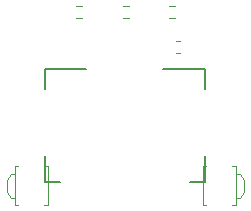
<source format=gbr>
%TF.GenerationSoftware,KiCad,Pcbnew,(6.0.0)*%
%TF.CreationDate,2022-01-30T23:08:43+01:00*%
%TF.ProjectId,TINYPLAY_PCB,54494e59-504c-4415-995f-5043422e6b69,rev?*%
%TF.SameCoordinates,Original*%
%TF.FileFunction,Legend,Bot*%
%TF.FilePolarity,Positive*%
%FSLAX46Y46*%
G04 Gerber Fmt 4.6, Leading zero omitted, Abs format (unit mm)*
G04 Created by KiCad (PCBNEW (6.0.0)) date 2022-01-30 23:08:43*
%MOMM*%
%LPD*%
G01*
G04 APERTURE LIST*
%ADD10C,0.120000*%
%ADD11C,0.127000*%
G04 APERTURE END LIST*
D10*
%TO.C,R6*%
X93454724Y-30322500D02*
X92945276Y-30322500D01*
X93454724Y-29277500D02*
X92945276Y-29277500D01*
D11*
%TO.C,BT1*%
X82450000Y-34650000D02*
X82450000Y-36280000D01*
X95950000Y-44150000D02*
X94700000Y-44150000D01*
X95950000Y-42020000D02*
X95950000Y-44150000D01*
X85950000Y-34650000D02*
X82450000Y-34650000D01*
X82450000Y-44150000D02*
X82450000Y-42020000D01*
X95950000Y-34650000D02*
X92450000Y-34650000D01*
X95950000Y-36280000D02*
X95950000Y-34650000D01*
X83700000Y-44150000D02*
X82450000Y-44150000D01*
D10*
%TO.C,C1*%
X93553733Y-33260000D02*
X93846267Y-33260000D01*
X93553733Y-32240000D02*
X93846267Y-32240000D01*
%TO.C,R4*%
X85554724Y-29277500D02*
X85045276Y-29277500D01*
X85554724Y-30322500D02*
X85045276Y-30322500D01*
%TO.C,SW3*%
X79900000Y-46150000D02*
X80200000Y-46150000D01*
X82400000Y-42850000D02*
X82700000Y-42850000D01*
X79900000Y-42850000D02*
X79900000Y-46150000D01*
X82700000Y-46150000D02*
X82400000Y-46150000D01*
X79200000Y-44000000D02*
X79580000Y-43500000D01*
X82700000Y-42850000D02*
X82700000Y-46150000D01*
X79200000Y-45000000D02*
X79580000Y-45500000D01*
X79580000Y-43500000D02*
X79900000Y-43500000D01*
X79200000Y-44000000D02*
X79200000Y-45000000D01*
X80200000Y-42850000D02*
X79900000Y-42850000D01*
X79580000Y-45500000D02*
X79900000Y-45500000D01*
%TO.C,SW2*%
X98300000Y-46150000D02*
X98600000Y-46150000D01*
X96100000Y-46150000D02*
X95800000Y-46150000D01*
X98600000Y-42850000D02*
X98300000Y-42850000D01*
X98920000Y-45500000D02*
X98600000Y-45500000D01*
X99300000Y-45000000D02*
X99300000Y-44000000D01*
X95800000Y-46150000D02*
X95800000Y-42850000D01*
X95800000Y-42850000D02*
X96100000Y-42850000D01*
X99300000Y-45000000D02*
X98920000Y-45500000D01*
X99300000Y-44000000D02*
X98920000Y-43500000D01*
X98600000Y-46150000D02*
X98600000Y-42850000D01*
X98920000Y-43500000D02*
X98600000Y-43500000D01*
%TO.C,R5*%
X89554724Y-30322500D02*
X89045276Y-30322500D01*
X89554724Y-29277500D02*
X89045276Y-29277500D01*
%TD*%
M02*

</source>
